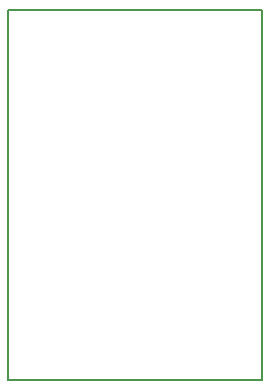
<source format=gbr>
%TF.GenerationSoftware,KiCad,Pcbnew,8.0.6*%
%TF.CreationDate,2025-02-12T13:55:56-05:00*%
%TF.ProjectId,module led,6d6f6475-6c65-4206-9c65-642e6b696361,rev?*%
%TF.SameCoordinates,Original*%
%TF.FileFunction,Profile,NP*%
%FSLAX46Y46*%
G04 Gerber Fmt 4.6, Leading zero omitted, Abs format (unit mm)*
G04 Created by KiCad (PCBNEW 8.0.6) date 2025-02-12 13:55:56*
%MOMM*%
%LPD*%
G01*
G04 APERTURE LIST*
%TA.AperFunction,Profile*%
%ADD10C,0.200000*%
%TD*%
G04 APERTURE END LIST*
D10*
X89000000Y-80500000D02*
X110500000Y-80500000D01*
X110500000Y-111750000D01*
X89000000Y-111750000D01*
X89000000Y-80500000D01*
M02*

</source>
